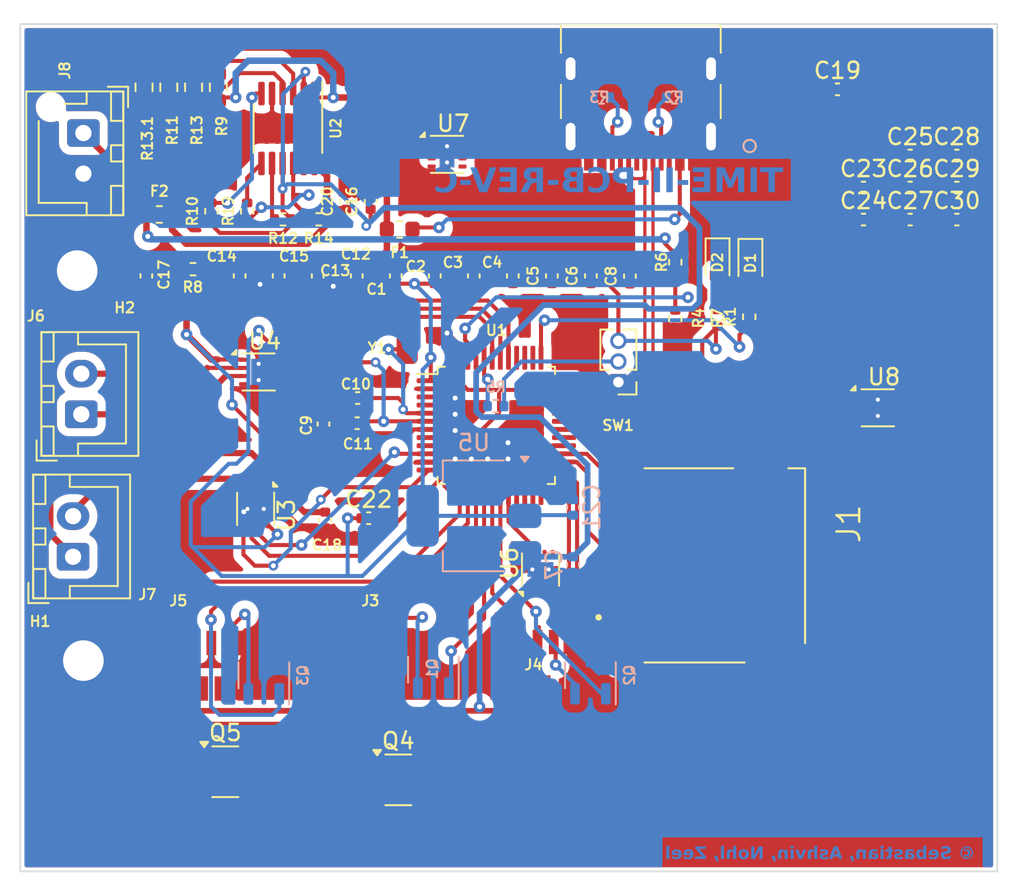
<source format=kicad_pcb>
(kicad_pcb (version 20240108) (generator "pcbnew") (generator_version "8.0")
  (layers (0 "F.Cu" signal) (1 "In1.Cu" power) (2 "In2.Cu" power) (31 "B.Cu" signal) (34 "B.Paste" user) (35 "F.Paste" user) (36 "B.SilkS" user "B.Silkscreen") (37 "F.SilkS" user "F.Silkscreen") (38 "B.Mask" user) (39 "F.Mask" user) (44 "Edge.Cuts" user))
  (net 0 "")
  (net 1 "3v3")
  (net 2 "GND")
  (net 3 "/nrst")
  (net 4 "Net-(U1-PD0)")
  (net 5 "Net-(U1-PD1)")
  (net 6 "USB_P")
  (net 7 "CD")
  (net 8 "Net-(C17-Pad1)")
  (net 9 "BAT")
  (net 10 "Net-(D1-A)")
  (net 11 "Net-(D2-A)")
  (net 12 "Net-(F1-Pad1)")
  (net 13 "BAT_REAL")
  (net 14 "MISO")
  (net 15 "SCK")
  (net 16 "MOSI")
  (net 17 "Net-(J3-Pin_5)")
  (net 18 "Net-(J2-CC1)")
  (net 19 "D+")
  (net 20 "D-")
  (net 22 "Net-(J2-CC2)")
  (net 24 "5v")
  (net 25 "therm_1")
  (net 26 "therm_4")
  (net 27 "therm_5")
  (net 28 "Net-(J3-Pin_6)")
  (net 29 "therm_3")
  (net 32 "Net-(J4-Pin_6)")
  (net 33 "therm_2")
  (net 34 "Net-(J5-Pin_5)")
  (net 35 "heater_4")
  (net 36 "Net-(J5-Pin_6)")
  (net 37 "MOTOR_1A")
  (net 38 "MOTOR_1")
  (net 39 "MOTOR_2")
  (net 40 "MOTOR_2A")
  (net 41 "heater_1")
  (net 42 "heater_3")
  (net 43 "heater_2")
  (net 44 "LED")
  (net 45 "Net-(SW1-B)")
  (net 46 "Net-(U1-BOOT0)")
  (net 47 "V_MON")
  (net 48 "Net-(U2-ADJ)")
  (net 49 "Net-(U2-CMPOUT1)")
  (net 50 "Net-(R11-Pad1)")
  (net 51 "Net-(U2-V2OK)")
  (net 52 "Net-(U2-CMP1)")
  (net 53 "Net-(U2-V2UV)")
  (net 54 "Net-(U2-GNDSW)")
  (net 55 "heater_5")
  (net 56 "SERVO_3")
  (net 57 "Net-(U1-VDDA)")
  (net 58 "SERVO_2A")
  (net 59 "MOT_CON2")
  (net 60 "SERVO_2")
  (net 61 "SERVO_5")
  (net 62 "MOT_CON4")
  (net 63 "SERVO_5A")
  (net 64 "SERVO_3A")
  (net 66 "SERVO_4")
  (net 67 "MOT_CON3")
  (net 70 "SERVO_4A")
  (net 71 "MOT_CON1")
  (net 72 "SERVO_1")
  (net 73 "SERVO_1A")
  (net 76 "MOT_CON5")
  (net 77 "MOTOR_3A")
  (net 78 "MOTOR_3")
  (net 79 "MOTOR_4")
  (net 80 "MOTOR_4A")
  (net 81 "MOTOR_5A")
  (net 82 "MOTOR_5")
  (footprint "Resistor_SMD:R_0402_1005Metric" (layer "F.Cu") (at 97.705333 45.998 90)
    (property "Reference" "R19")
    (property "Value" "86.6K" (hide yes))
  )
  (footprint "Capacitor_SMD:C_0402_1005Metric" (layer "F.Cu") (at 118.849163 49.98 90)
    (property "Reference" "C6")
    (property "Value" "10nF" (hide yes))
  )
  (footprint "Fuse:Fuse_0603_1608Metric" (layer "F.Cu") (at 107.0865 47.117 180)
    (property "Reference" "F1")
    (property "Value" "Fuse" (hide yes))
  )
  (footprint "Package_SON:WSON-8-1EP_2x2mm_P0.5mm_EP0.9x1.6mm_ThermalVias" (layer "F.Cu") (at 98.41 55.895)
    (property "Reference" "U4")
    (property "Value" "~")
  )
  (footprint "Capacitor_SMD:C_0402_1005Metric" (layer "F.Cu") (at 106.844998 49.98 90)
    (property "Reference" "C1")
    (property "Value" "100nF" (hide yes))
  )
  (footprint "Resistor_SMD:R_0402_1005Metric" (layer "F.Cu") (at 126.64 52.582 90)
    (property "Reference" "R4")
    (property "Value" "1K" (hide yes))
  )
  (footprint "Package_SO:MSOP-12-1EP_3x4mm_P0.65mm_EP1.65x2.85mm" (layer "F.Cu") (at 100.21 40.91 -90)
    (property "Reference" "U2")
    (property "Value" "LTC4420CMSE-PBF" (hide yes))
  )
  (footprint "crystal:abm3" (layer "F.Cu") (at 105.7 54.4)
    (property "Reference" "Y1")
    (property "Value" "16 khz" (hide yes))
  )
  (footprint "Capacitor_SMD:C_0402_1005Metric" (layer "F.Cu") (at 141.359 44.546)
    (property "Reference" "C29")
    (property "Value" "10uF")
  )
  (footprint "Capacitor_SMD:C_0402_1005Metric" (layer "F.Cu") (at 135.619 46.516)
    (property "Reference" "C24")
    (property "Value" "0.01uF")
  )
  (footprint "Resistor_SMD:R_0402_1005Metric" (layer "F.Cu") (at 94.370833 49.571 180)
    (property "Reference" "R8")
    (property "Value" "0.5" (hide yes))
  )
  (footprint "Package_SON:WSON-8-1EP_2x2mm_P0.5mm_EP0.9x1.6mm_ThermalVias" (layer "F.Cu") (at 115.75 68.05 90)
    (property "Reference" "U6")
    (property "Value" "~")
  )
  (footprint "Capacitor_SMD:C_0402_1005Metric" (layer "F.Cu") (at 134.02 38.5)
    (property "Reference" "C19")
    (property "Value" "0.1uF")
  )
  (footprint "Package_TO_SOT_SMD:SOT-23-3" (layer "F.Cu") (at 96.3625 80.5)
    (property "Reference" "Q5")
    (property "Value" "VNP10N07")
  )
  (footprint "Package_TO_SOT_SMD:SOT-23-3" (layer "F.Cu") (at 107 81)
    (property "Reference" "Q4")
    (property "Value" "VNP10N07")
  )
  (footprint "Capacitor_SMD:C_0402_1005Metric" (layer "F.Cu") (at 116.44833 49.98 90)
    (property "Reference" "C5")
    (property "Value" "100nF" (hide yes))
  )
  (footprint "Capacitor_SMD:C_0402_1005Metric" (layer "F.Cu") (at 104.472 59.049999)
    (property "Reference" "C11")
    (property "Value" "26pF" (hide yes))
  )
  (footprint "Capacitor_SMD:C_0402_1005Metric" (layer "F.Cu") (at 102.5 65 -90)
    (property "Reference" "C18")
    (property "Value" "0.01uF" (hide yes))
  )
  (footprint "Capacitor_SMD:C_0402_1005Metric" (layer "F.Cu") (at 138.489 44.546)
    (property "Reference" "C26")
    (property "Value" "10uF")
  )
  (footprint "Capacitor_SMD:C_0402_1005Metric" (layer "F.Cu") (at 103.8 45.4 90)
    (property "Reference" "C20")
    (property "Value" "2.2uF" (hide yes))
  )
  (footprint "Capacitor_SMD:C_0402_1005Metric" (layer "F.Cu") (at 105.184 64.897)
    (property "Reference" "C22")
    (property "Value" "0.1uF")
  )
  (footprint "Package_SON:WSON-8-1EP_2x2mm_P0.5mm_EP0.9x1.6mm_ThermalVias" (layer "F.Cu") (at 110 42.5)
    (property "Reference" "U7")
    (property "Value" "~")
  )
  (footprint "ffc_conn:CON_525590652_MOL" (layer "F.Cu") (at 105.283 73.911)
    (property "Reference" "J3")
    (property "Value" "Conn_01x06" (hide yes))
  )
  (footprint "MountingHole:MountingHole_2.5mm_Pad" (layer "F.Cu") (at 87.249 49.657 90)
    (property "Reference" "H2")
    (property "Value" "MountingHole_Pad" (hide yes))
  )
  (footprint "Resistor_SMD:R_0603_1608Metric" (layer "F.Cu") (at 95.932 38.373 90)
    (property "Reference" "R9")
    (property "Value" "300K" (hide yes))
  )
  (footprint "Resistor_SMD:R_0402_1005Metric" (layer "F.Cu") (at 128.59 52.501 90)
    (property "Reference" "R1")
    (property "Value" "1K" (hide yes))
  )
  (footprint "Capacitor_SMD:C_0402_1005Metric" (layer "F.Cu") (at 104.5 57.5)
    (property "Reference" "C10")
    (property "Value" "26pF" (hide yes))
  )
  (footprint "Connector_JST:JST_XH_B2B-XH-AM_1x02_P2.50mm_Vertical" (layer "F.Cu") (at 87.63 41.188 -90)
    (property "Reference" "J8")
    (property "Value" "Conn_01x02_Pin" (hide yes))
  )
  (footprint "Resistor_SMD:R_0603_1608Metric" (layer "F.Cu") (at 94.408 38.373 -90)
    (property "Reference" "R13")
    (property "Value" "45K" (hide yes))
  )
  (footprint "114_00841_68:AMPHENOL_1140084168" (layer "F.Cu") (at 121.825 67.799 -90)
    (property "Reference" "J1")
    (property "Value" "SD_Card")
  )
  (footprint "usb:USB4105-GF-A" (layer "F.Cu") (at 121.92 38.5 180)
    (property "Reference" "J2" (hide yes))
    (property "Value" "USB_C_Receptacle" (hide yes))
  )
  (footprint "Capacitor_SMD:C_0402_1005Metric" (layer "F.Cu") (at 91.5 49.98 -90)
    (property "Reference" "C17")
    (property "Value" "2.2uF" (hide yes))
  )
  (footprint "Capacitor_SMD:C_0402_1005Metric" (layer "F.Cu") (at 135.619 44.546)
    (property "Reference" "C23")
    (property "Value" "10uF")
  )
  (footprint "Package_SON:WSON-8-1EP_2x2mm_P0.5mm_EP0.9x1.6mm_ThermalVias" (layer "F.Cu") (at 136.5 58.1)
    (property "Reference" "U8")
    (property "Value" "~")
  )
  (footprint "Capacitor_SMD:C_0402_1005Metric" (layer "F.Cu") (at 109.245831 49.98 90)
    (property "Reference" "C2")
    (property "Value" "100nF" (hide yes))
  )
  (footprint "Capacitor_SMD:C_0402_1005Metric" (layer "F.Cu") (at 102.4 59.1 90)
    (property "Reference" "C9")
    (property "Value" "100nF" (hide yes))
  )
  (footprint "LED_SMD:LED_0603_1608Metric" (layer "F.Cu") (at 126.64 49.155 -90)
    (property "Reference" "D2")
    (property "Value" "LED" (hide yes))
  )
  (footprint "Capacitor_SMD:C_0402_1005Metric" (layer "F.Cu") (at 138.489 42.576)
    (property "Reference" "C25")
    (property "Value" "0.1uF")
  )
  (footprint "Connector_JST:JST_XH_B2B-XH-A_1x02_P2.50mm_Vertical" (layer "F.Cu") (at 87.5 58.5 90)
    (property "Reference" "J6")
    (property "Value" "Conn_01x02_Male" (hide yes))
  )
  (footprint "Capacitor_SMD:C_0402_1005Metric" (layer "F.Cu") (at 141.359 46.516)
    (property "Reference" "C30")
    (property "Value" "0.01uF")
  )
  (footprint "ffc_conn:CON_525590652_MOL" (layer "F.Cu") (at 95.25 73.97865)
    (property "Reference" "J5")
    (property "Value" "Conn_01x06" (hide yes))
  )
  (footprint "Connector_JST:JST_XH_B2B-XH-A_1x02_P2.50mm_Vertical" (layer "F.Cu") (at 86.995 67.27 90)
    (property "Reference" "J7")
    (property "Value" "Conn_01x02_Male" (hide yes))
  )
  (footprint "Resistor_SMD:R_0402_1005Metric" (layer "F.Cu") (at 102.108 46.5 180)
    (property "Reference" "R14")
    (property "Value" "576K" (hide yes))
  )
  (footprint "Resistor_SMD:R_0402_1005Metric" (layer "F.Cu") (at 95.504 45.998 90)
    (property "Reference" "R10")
    (property "Value" "1M" (hide yes))
  )
  (footprint "Package_SON:WSON-8-1EP_2x2mm_P0.5mm_EP0.9x1.6mm_ThermalVias" (layer "F.Cu") (at 98.225 64.325 -90)
    (property "Reference" "U3")
    (property "Value" "~")
  )
  (footprint "Fuse:Fuse_0603_1608Metric" (layer "F.Cu") (at 92.3 46.2)
    (property "Reference" "F2")
    (property "Value" "Fuse" (hide yes))
  )
  (footprint "Package_QFP:LQFP-48_7x7mm_P0.5mm" (layer "F.Cu") (at 113.03 59.182)
    (property "Reference" "U1")
    (property "Value" "STM32F103C8Tx" (hide yes))
  )
  (footprint "Capacitor_SMD:C_0402_1005Metric" (layer "F.Cu") (at 105.3 45.4 90)
    (property "Reference" "C16")
    (property "Value" "15uF" (hide yes))
  )
  (footprint "Capacitor_SMD:C_0402_1005Metric" (layer "F.Cu") (at 102.043332 49.98 -90)
    (property "Reference" "C13")
    (property "Value" "0.01uF" (hide yes))
  )
  (footprint "Capacitor_SMD:C_0402_1005Metric" (layer "F.Cu") (at 97.241666 49.98 -90)
    (property "Reference" "C14")
    (property "Value" "0.1uF" (hide yes))
  )
  (footprint "LED_SMD:LED_0603_1608Metric" (layer "F.Cu") (at 128.66 49.19 -90)
    (property "Reference" "D1")
    (property "Value" "LED" (hide yes))
  )
  (footprint "Capacitor_SMD:C_0402_1005Metric" (layer "F.Cu") (at 121.25 50 90)
    (property "Reference" "C8")
    (property "Value" "10uF" (hide yes))
  )
  (footprint "Capacitor_SMD:C_0402_1005Metric" (layer "F.Cu") (at 114.047497 49.98 90)
    (property "Reference" "C4")
    (property "Value" "100nF" (hide yes))
  )
  (footprint "Capacitor_SMD:C_0402_1005Metric" (layer "F.Cu") (at 111.646664 49.98 90)
    (property "Reference" "C3")
    (property "Value" "0.47uF" (hide yes))
  )
  (footprint "ffc_conn:CON_525590652_MOL" (layer "F.Cu") (at 115.316 73.917)
    (property "Reference" "J4")
    (property "Value" "Conn_01x06" (hide yes))
  )
  (footprint "Resistor_SMD:R_0402_1005Metric" (layer "F.Cu") (at 124.04 49.135 -90)
    (property "Reference" "R6")
    (property "Value" "100K" (hide yes))
  )
  (footprint "Resistor_SMD:R_0402_1005Metric" (layer "F.Cu") (at 124.04 52.6125 -90)
    (property "Reference" "R7")
    (property "Value" "100k" (hide yes))
  )
  (footprint "Resistor_SMD:R_0603_1608Metric" (layer "F.Cu") (at 92.884 38.373 90)
    (property "Reference" "R11")
    (property "Value" "2K" (hide yes))
  )
  (footprint "Resistor_SMD:R_0402_1005Metric" (layer "F.Cu") (at 99.906666 46.5 180)
    (property "Reference" "R12")
    (property "Value" "1M" (hide yes))
  )
  (footprint "Capacitor_SMD:C_0402_1005Metric" (layer "F.Cu") (at 138.489 46.516)
    (property "Reference" "C27")
    (property "Value" "0.01uF")
  )
  (footprint "Resistor_SMD:R_0603_1608Metric" (layer "F.Cu") (at 91.36 38.373 -90)
    (property "Reference" "R13.1")
    (property "Value" "154K" (hide yes))
  )
  (footprint "Connector_PinHeader_1.27mm:PinHeader_1x03_P1.27mm_Vertical" (layer "F.Cu") (at 120.54 56.52 180)
    (property "Reference" "SW1")
    (property "Value" "SW_SPDT" (hide yes))
  )
  (footprint "Capacitor_SMD:C_0402_1005Metric" (layer "F.Cu") (at 99.642499 49.98 -90)
    (property "Reference" "C15")
    (property "Value" "10uF" (hide yes))
  )
  (footprint "Capacitor_SMD:C_0402_1005Metric" (layer "F.Cu") (at 141.359 42.576)
    (property "Reference" "C28")
    (property "Value" "0.1uF")
  )
  (footprint "MountingHole:MountingHole_2.5mm_Pad" (layer "F.Cu") (at 87.63 73.66 90)
    (property "Reference" "H1")
    (property "Value" "MountingHole_Pad" (hide yes))
  )
  (footprint "Capacitor_SMD:C_0402_1005Metric" (layer "F.Cu") (at 104.444165 49.98 -90)
    (property "Reference" "C12")
    (property "Value" "10uF" (hide yes))
  )
  (footprint "Package_TO_SOT_SMD:SOT-23-3" (layer "B.Cu") (at 98.73 74.57 90)
    (property "Reference" "Q3")
    (property "Value" "VNP10N07" (hide yes))
  )
  (footprint "Capacitor_SMD:C_0402_1005Metric" (layer "B.Cu") (at 117.75 64.23 90)
    (property "Reference" "C21")
    (property "Value" "22 uF")
  )
  (footprint "Resistor_SMD:R_0402_1005Metric" (layer "B.Cu") (at 124 39)
    (property "Reference" "R2")
    (property "Value" "5.1k" (hide yes))
  )
  (footprint "Resistor_SMD:R_0402_1005Metric" (layer "B.Cu") (at 119.5 39 180)
    (property "Reference" "R3")
    (property "Value" "5.1k" (hide yes))
  )
  (footprint "Package_TO_SOT_SMD:SOT-223-3_TabPin2" (layer "B.Cu") (at 111.65 64.75 180)
    (property "Reference" "U5")
    (property "Value" "AMS1117-3.3")
  )
  (footprint "Resistor_SMD:R_0402_1005Metric" (layer "B.Cu") (at 113 58 180)
    (property "Reference" "R5")
    (property "Value" "10k" (hide yes))
  )
  (footprint "Package_TO_SOT_SMD:SOT-23-3" (layer "B.Cu") (at 109.16 74.21 90)
    (property "Reference" "Q1")
    (property "Value" "VNP10N07" (hide yes))
  )
  (footprint "Package_TO_SOT_SMD:SOT-23-3" (layer "B.Cu") (at 118.82 74.56 90)
    (property "Reference" "Q2")
    (property "Value" "VNP10N07" (hide yes))
  )
  (footprint "Capacitor_SMD:C_0402_1005Metric" (layer "B.Cu") (at 117.75 67.75 -90)
    (property "Reference" "C7")
    (property "Value" "10 uF")
  )
  (gr_rect (start 83.75 34.48) (end 143.847 86.635) (stroke (width 0.1)) (fill none) (layer "Edge.Cuts"))
  (gr_text "TIME-II-PCB-REV-C" (at 130.683 45.085 0) (layer "B.Cu") (effects (font (size 1.5 1.5) (thickness 0.3) (bold yes)) (justify left bottom mirror)))
  (gr_text "© Sebastian, Ashvin, Nohl, Zeel" (at 142.5 86 0) (layer "B.Cu") (effects (font (size 0.762 0.762) (thickness 0.1905) (bold yes)) (justify left bottom mirror)))
  (segment (start 96.2875 64.075) (end 96.2825 64.08) (width 0.25) (layer "F.Cu") (net 0))
  (segment (start 109 55) (end 109 56.2995) (width 0.25) (layer "F.Cu") (net 1))
  (segment (start 98.425 53.467) (end 99.4133 54.4553) (width 0.25) (layer "F.Cu") (net 1))
  (segment (start 120.54 53.98) (end 120.54 51.12) (width 0.25) (layer "F.Cu") (net 1))
  (segment (start 120.95 67.699) (end 121.6806 67.699) (width 0.25) (layer "F.Cu") (net 1))
  (segment (start 99.4133 54.4553) (end 99.4133 55.144999) (width 0.25) (layer "F.Cu") (net 1))
  (segment (start 126.54 53.192) (end 126.64 53.092) (width 0.25) (layer "F.Cu") (net 1))
  (segment (start 109 56.2995) (end 108.8675 56.432) (width 0.25) (layer "F.Cu") (net 1))
  (segment (start 120.54 51.12) (end 119.88 50.46) (width 0.25) (layer "F.Cu") (net 1))
  (segment (start 125.7 54.032) (end 126.64 53.092) (width 0.25) (layer "F.Cu") (net 1))
  (segment (start 104.704 64.897) (end 103.886 64.897) (width 0.25) (layer "F.Cu") (net 1))
  (segment (start 121.6806 67.699) (end 125.7 63.6796) (width 0.25) (layer "F.Cu") (net 1))
  (segment (start 126.54 54.48) (end 126.54 53.192) (width 0.25) (layer "F.Cu") (net 1))
  (segment (start 125.7 63.6796) (end 125.7 54.032) (width 0.25) (layer "F.Cu") (net 1))
  (segment (start 98.975001 65.3283) (end 99.0087 65.3283) (width 0.25) (layer "F.Cu") (net 1))
  (segment (start 106.844998 50.46) (end 121.23 50.46) (width 0.25) (layer "F.Cu") (net 1))
  (segment (start 99.0087 65.3283) (end 99.568 65.8876) (width 0.25) (layer "F.Cu") (net 1))
  (segment (start 121.23 50.46) (end 121.25 50.48) (width 0.25) (layer "F.Cu") (net 1))
  (segment (start 98.425 53.34) (end 98.425 53.467) (width 0.25) (layer "F.Cu") (net 1))
  (via (at 99.568 65.8876) (size 0.7112) (drill 0.3048) (layers "F.Cu" "B.Cu") (net 1))
  (via (at 98.425 53.34) (size 0.7112) (drill 0.3048) (layers "F.Cu" "B.Cu") (net 1))
  (via (at 108 50.46) (size 0.7112) (drill 0.3048) (layers "F.Cu" "B.Cu") (net 1))
  (via (at 126.54 54.48) (size 0.7112) (drill 0.3048) (layers "F.Cu" "B.Cu") (net 1))
  (via (at 109 55) (size 0.7112) (drill 0.3048) (layers "F.Cu" "B.Cu") (net 1))
  (via (at 103.886 64.897) (size 0.7112) (drill 0.3048) (layers "F.Cu" "B.Cu") (net 1))
  (segment (start 94.358559 66.677441) (end 96.134119 68.453) (width 0.25) (layer "B.Cu") (net 1))
  (segment (start 109 51.46) (end 109 55) (width 0.25) (layer "B.Cu") (net 1))
  (segment (start 109 55) (end 109 55.25) (width 0.25) (layer "B.Cu") (net 1))
  (segment (start 99.568 65.8876) (end 98.778159 66.677441) (width 0.25) (layer "B.Cu") (net 1))
  (segment (start 96.569428 61.545572) (end 94.234 63.881) (width 0.25) (layer "B.Cu") (net 1))
  (segment (start 126.04 53.98) (end 126.54 54.48) (width 0.25) (layer "B.Cu") (net 1))
  (segment (start 108 50.46) (end 109 51.46) (width 0.25) (layer "B.Cu") (net 1))
  (segment (start 104.797 68.453) (end 108.5 64.75) (width 0.25) (layer "B.Cu") (net 1))
  (segment (start 103.886 68.453) (end 104.797 68.453) (width 0.25) (layer "B.Cu") (net 1))
  (segment (start 114.8 64.75) (end 108.5 64.75) (width 0.25) (layer "B.Cu") (net 1))
  (segment (start 109 55.25) (end 108.5 55.75) (width 0.25) (layer "B.Cu") (net 1))
  (segment (start 97.045719 61.545572) (end 96.569428 61.545572) (width 0.25) (layer "B.Cu") (net 1))
  (segment (start 98.425 53.34) (end 97.778881 53.986119) (width 0.25) (layer "B.Cu") (net 1))
  (segment (start 94.234 66.552881) (end 94.358559 66.677441) (width 0.25) (layer "B.Cu") (net 1))
  (segment (start 98.778159 66.677441) (end 94.358559 66.677441) (width 0.25) (layer "B.Cu") (net 1))
  (segment (start 94.234 63.881) (end 94.234 66.552881) (width 0.25) (layer "B.Cu") (net 1))
  (segment (start 103.886 64.897) (end 103.886 68.453) (width 0.25) (layer "B.Cu") (net 1))
  (segment (start 117.75 64.71) (end 114.84 64.71) (width 0.25) (layer "B.Cu") (net 1))
  (segment (start 97.778881 60.81241) (end 97.045719 61.545572) (width 0.25) (layer "B.Cu") (net 1))
  (segment (start 97.778881 53.986119) (end 97.778881 60.81241) (width 0.25) (layer "B.Cu") (net 1))
  (segment (start 108.5 55.75) (end 108.5 64.75) (width 0.25) (layer "B.Cu") (net 1))
  (segment (start 114.84 64.71) (end 114.8 64.75) (width 0.25) (layer "B.Cu") (net 1))
  (segment (start 120.54 53.98) (end 126.04 53.98) (width 0.25) (layer "B.Cu") (net 1))
  (segment (start 96.134119 68.453) (end 103.886 68.453) (width 0.25) (layer "B.Cu") (net 1))
  (segment (start 101.185 41.885) (end 100.21 40.91) (width 0.254) (layer "F.Cu") (net 2))
  (segment (start 118.568 56.932) (end 118.98 56.52) (width 0.25) (layer "F.Cu") (net 2))
  (segment (start 110.78 55.0195) (end 110.78 54.245632) (width 0.25) (layer "F.Cu") (net 2))
  (segment (start 117.1925 56.932) (end 118.568 56.932) (width 0.25) (layer "F.Cu") (net 2))
  (segment (start 115.28 58.070632) (end 115.28 63.3445) (width 0.25) (layer "F.Cu") (net 2))
  (segment (start 116.418632 56.932) (end 115.28 58.070632) (width 0.25) (layer "F.Cu") (net 2))
  (segment (start 99.235 39.935) (end 99.235 38.76) (width 0.254) (layer "F.Cu") (net 2))
  (segment (start 99.602499 50.5) (end 99.642499 50.46) (width 0.254) (layer "F.Cu") (net 2))
  (segment (start 110.78 54.245632) (end 110.034368 53.5) (width 0.25) (layer "F.Cu") (net 2))
  (segment (start 110.068 59.932) (end 110.5 59.5) (width 0.25) (layer "F.Cu") (net 2))
  (segment (start 102.8394 50.46) (end 103 50.6206) (width 0.25) (layer "F.Cu") (net 2))
  (segment (start 118.98 56.52) (end 120.54 56.52) (width 0.25) (layer "F.Cu") (net 2))
  (segment (start 100.21 40.91) (end 99.235 39.935) (width 0.254) (layer "F.Cu") (net 2))
  (segment (start 101.185 43.06) (end 101.185 41.885) (width 0.254) (layer "F.Cu") (net 2))
  (segment (start 108.8675 59.932) (end 110.068 59.932) (width 0.25) (layer "F.Cu") (net 2))
  (segment (start 110.034368 53.5) (end 110 53.5) (width 0.25) (layer "F.Cu") (net 2))
  (segment (start 117.1925 56.932) (end 116.418632 56.932) (width 0.25) (layer "F.Cu") (net 2))
  (segment (start 98.5 50.5) (end 99.602499 50.5) (width 0.254) (layer "F.Cu") (net 2))
  (segment (start 102.046 50.46) (end 102.8394 50.46) (width 0.25) (layer "F.Cu") (net 2))
  (via (at 110.5 59.5) (size 0.7112) (drill 0.3048) (layers "F.Cu" "B.Cu") (net 2))
  (via (at 110 53.5) (size 0.7112) (drill 0.3048) (layers "F.Cu" "B.Cu") (net 2))
  (via (at 110.5 61.25) (size 0.7112) (drill 0.3048) (layers "F.Cu" "B.Cu") (net 2))
  (via (at 112.5 61.25) (size 0.7112) (drill 0.3048) (layers "F.Cu" "B.Cu") (net 2))
  (via (at 113.75 60.25) (size 0.7112) (drill 0.3048) (layers "F.Cu" "B.Cu") (net 2))
  (via (at 97.5 64.5) (size 0.7112) (drill 0.3048) (layers "F.Cu" "B.Cu") (net 2))
  (via (at 110.5 57.5) (size 0.7112) (drill 0.3048) (layers "F.Cu" "B.Cu") (net 2))
  (via (at 103 50.6206) (size 0.7112) (drill 0.3048) (layers "F.Cu" "B.Cu") (net 2))
  (via (at 113.75 61.25) (size 0.7112) (drill 0.3048) (layers "F.Cu" "B.Cu") (net 2))
  (via (at 110.5 58.5) (size 0.7112) (drill 0.3048) (layers "F.Cu" "B.Cu") (net 2))
  (via (at 111.5 61.25) (size 0.7112) (drill 0.3048) (layers "F.Cu" "B.Cu") (net 2))
  (via (at 98.5 50.5) (size 0.6) (drill 0.3) (layers "F.Cu" "B.Cu") (net 2))
  (segment (start 98.5 50.5) (end 99.6 50.5) (width 0.254) (layer "B.Cu") (net 2))
  (segment (start 104.8 52.4206) (end 103 50.6206) (width 0.25) (layer "B.Cu") (net 2))
  (segment (start 102.362799 59.662799) (end 107.737201 59.662799) (width 0.25) (layer "F.Cu") (net 3))
  (segment (start 107.968 59.432) (end 108.8675 59.432) (width 0.25) (layer "F.Cu") (net 3))
  (segment (start 107.737201 59.662799) (end 107.968 59.432) (width 0.25) (layer "F.Cu") (net 3))
  (segment (start 107.3 58.2) (end 107.532 58.432) (width 0.254) (layer "F.Cu") (net 4))
  (segment (start 107.3 58.2) (end 107.3 57.8) (width 0.25) (layer "F.Cu") (net 4))
  (segment (start 107.532 58.432) (end 108.8675 58.432) (width 0.254) (layer "F.Cu") (net 4))
  (segment (start 107.45 54.5) (end 107.55 54.4) (width 0.254) (layer "F.Cu") (net 4))
  (segment (start 106.4 54.5) (end 107.45 54.5) (width 0.254) (layer "F.Cu") (net 4))
  (segment (start 107 57.5) (end 104.98 57.5) (width 0.25) (layer "F.Cu") (net 4))
  (segment (start 107.3 57.8) (end 107 57.5) (width 0.25) (layer "F.Cu") (net 4))
  (via (at 106.4 54.5) (size 0.7112) (drill 0.3048) (layers "F.Cu" "B.Cu") (net 4))
  (via (at 107.3 58.2) (size 0.6) (drill 0.3) (layers "F.Cu" "B.Cu") (net 4))
  (segment (start 107.3 55.4) (end 106.4 54.5) (width 0.254) (layer "B.Cu") (net 4))
  (segment (start 107.3 58.2) (end 107.3 55.4) (width 0.254) (layer "B.Cu") (net 4))
  (segment (start 104.75 55.3) (end 103.85 54.4) (width 0.254) (layer "F.Cu") (net 5))
  (segment (start 105.069999 58.932) (end 108.8675 58.932) (width 0.25) (layer "F.Cu") (net 5))
  (segment (start 104.952 59.049999) (end 105.069999 58.932) (width 0.25) (layer "F.Cu") (net 5))
  (segment (start 105.6 55.3) (end 104.75 55.3) (width 0.254) (layer "F.Cu") (net 5))
  (via (at 105.6 55.3) (size 0.6) (drill 0.3) (layers "F.Cu" "B.Cu") (net 5))
  (via (at 106.1 58.932) (size 0.7112) (drill 0.3048) (layers "F.Cu" "B.Cu") (net 5))
  (segment (start 106.1 58.932) (end 106.1 55.8) (width 0.254) (layer "B.Cu") (net 5))
  (segment (start 106.1 55.8) (end 105.6 55.3) (width 0.254) (layer "B.Cu") (net 5))
  (segment (start 105.8 55.5) (end 105.6 55.3) (width 0.254) (layer "B.Cu") (net 5))
  (segment (start 100.0247 63.3217) (end 101.223 64.52) (width 0.381) (layer "F.Cu") (net 6))
  (segment (start 104.373165 49.571) (end 104.444165 49.5) (width 0.4) (layer "F.Cu") (net 6))
  (segment (start 94.880833 49.571) (end 94.880833 49.899167) (width 0.4) (layer "F.Cu") (net 6))
  (segment (start 97 39) (end 96.13 39) (width 0.25) (layer "F.Cu") (net 6))
  (segment (start 104.84 49.5) (end 104.016 49.5) (width 0.25) (layer "F.Cu") (net 6))
  (segment (start 106.299 48.451) (end 106.299 47.117) (width 0.4) (layer "F.Cu") (net 6))
  (segment (start 93.9752 50.8048) (end 93.9752 53.5892) (width 0.4) (layer "F.Cu") (net 6))
  (segment (start 106.299 40.299) (end 105 39) (width 0.4) (layer "F.Cu") (net 6))
  (segment (start 99.02 49.551) (end 99 49.571) (width 0.4) (layer "F.Cu") (net 6))
  (segment (start 98.975001 60.113001) (end 98.975001 63.3217) (width 0.25) (layer "F.Cu") (net 6))
  (segment (start 101.223 64.52) (end 102.5 64.52) (width 0.381) (layer "F.Cu") (net 6))
  (segment (start 95.885 55.1275) (end 97.4067 55.1275) (width 0.254) (layer "F.Cu") (net 6))
  (segment (start 97.170666 49.571) (end 97.241666 49.5) (width 0.25) (layer "F.Cu") (net 6))
  (segment (start 93.9752 53.5892) (end 95.5135 55.1275) (width 0.4) (layer "F.Cu") (net 6))
  (segment (start 96.862 38.862) (end 97 39) (width 0.25) (layer "F.Cu") (net 6))
  (segment (start 94.880833 49.899167) (end 93.9752 50.8048) (width 0.4) (layer "F.Cu") (net 6))
  (segment (start 105 39) (end 103 39) (width 0.4) (layer "F.Cu") (net 6))
  (segment (start 99 49.571) (end 104.373165 49.571) (width 0.4) (layer "F.Cu") (net 6))
  (segment (start 103 39) (end 102.075 39) (width 0.25) (layer "F.Cu") (net 6))
  (segment (start 102.075 39) (end 101.835 38.76) (width 0.25) (layer "F.Cu") (net 6))
  (segment (start 97.101 49.5) (end 97.03 49.571) (width 0.25) (layer "F.Cu") (net 6))
  (segment (start 95.5135 55.1275) (end 95.885 55.1275) (width 0.4) (layer "F.Cu") (net 6))
  (segment (start 105.25 49.5) (end 106.299 48.451) (width 0.4) (layer "F.Cu") (net 6))
  (segment (start 94.880833 49.571) (end 99 49.571) (width 0.4) (layer "F.Cu") (net 6))
  (segment (start 104.444165 49.5) (end 105.25 49.5) (width 0.4) (layer "F.Cu") (net 6))
  (segment (start 106.299 47.117) (end 106.299 40.299) (width 0.4) (layer "F.Cu") (net 6))
  (segment (start 98.975001 63.3217) (end 100.0247 63.3217) (width 0.25) (layer "F.Cu") (net 6))
  (segment (start 96.774 57.912) (end 98.975001 60.113001) (width 0.25) (layer "F.Cu") (net 6))
  (segment (start 96.13 39) (end 95.932 39.198) (width 0.25) (layer "F.Cu") (net 6))
  (via (at 96.774 57.912) (size 0.7112) (drill 0.3048) (layers "F.Cu" "B.Cu") (net 6))
  (via (at 93.9752 53.5892) (size 0.7112) (drill 0.3048) (layers "F.Cu" "B.Cu") (net 6))
  (via (at 97 39) (size 0.7112) (drill 0.3048) (layers "F.Cu" "B.Cu") (net 6))
  (via (at 103 39) (size 0.7112) (drill 0.3048) (layers "F.Cu" "B.Cu") (net 6))
  (segment (start 103 37.5) (end 103 39) (width 0.4) (layer "B.Cu") (net 6))
  (segment (start 96.774 57.912) (end 96.774 56.388) (width 0.25) (layer "B.Cu") (net 6))
  (segment (start 102.2372 36.7372) (end 103 37.5) (width 0.4) (layer "B.Cu") (net 6))
  (segment (start 97.7628 36.7372) (end 102.2372 36.7372) (width 0.4) (layer "B.Cu") (net 6))
  (segment (start 96.774 56.388) (end 93.9752 53.5892) (width 0.25) (layer "B.Cu") (net 6))
  (segment (start 97 37.5) (end 97.7628 36.7372) (width 0.4) (layer "B.Cu") (net 6))
  (segment (start 97 39) (end 97 37.5) (width 0.4) (layer "B.Cu") (net 6))
  (segment (start 119.6674 69.983) (end 120.398 69.983) (width 0.25) (layer "F.Cu") (net 7))
  (segment (start 117.1925 61.932) (end 118 62.7395) (width 0.25) (layer "F.Cu") (net 7))
  (segment (start 118 62.7395) (end 118 68.3156) (width 0.25) (layer "F.Cu") (net 7))
  (segment (start 118 68.3156) (end 119.6674 69.983) (width 0.25) (layer "F.Cu") (net 7))
  (segment (start 93.789833 49.5) (end 93.860833 49.571) (width 0.25) (layer "F.Cu") (net 8))
  (segment (start 91.5 49.5) (end 93.789833 49.5) (width 0.25) (layer "F.Cu") (net 8))
  (segment (start 93.94375 48) (end 101.437999 48) (width 0.4) (layer "F.Cu") (net 9))
  (segment (start 102.618 46.819999) (end 102.618 46.5) (width 0.4) (layer "F.Cu") (net 9))
  (segment (start 93.0875 46.2) (end 93.0875 47.14375) (width 0.4) (layer "F.Cu") (net 9))
  (segment (start 101.835 43.06) (end 102.618 43.843) (width 0.4) (layer "F.Cu") (net 9))
  (segment (start 103.8 45.88) (end 102.738 45.88) (width 0.4) (layer "F.Cu") (net 9))
  (segment (start 93.0875 47.14375) (end 93.94375 48) (width 0.4) (layer "F.Cu") (net 9))
  (segment (start 101.437999 48) (end 102.618 46.819999) (width 0.4) (layer "F.Cu") (net 9))
  (segment (start 102.738 45.88) (end 102.618 46) (width 0.4) (layer "F.Cu") (net 9))
  (segment (start 102.618 43.843) (end 102.618 46) (width 0.4) (layer "F.Cu") (net 9))
  (segment (start 102.618 46) (end 102.618 46.5) (width 0.4) (layer "F.Cu") (net 9))
  (segment (start 128.66 51.921) (end 128.59 51.991) (width 0.25) (layer "F.Cu") (net 10))
  (segment (start 128.66 49.9775) (end 128.66 51.921) (width 0.25) (layer "F.Cu") (net 10))
  (segment (start 126.64 52.072) (end 126.64 49.9425) (width 0.254) (layer "F.Cu") (net 11))
  (segment (start 124.320001 46.179999) (end 124 46.5) (width 0.25) (layer "F.Cu") (net 12))
  (segment (start 109.5 47) (end 107.991 47) (width 0.25) (layer "F.Cu") (net 12))
  (segment (start 107.991 47) (end 107.874 47.117) (width 0.25) (layer "F.Cu") (net 12))
  (segment (start 124.320001 41.9858) (end 124.320001 46.179999) (width 0.25) (layer "F.Cu") (net 12))
  (via (at 109.5 47) (size 0.7112) (drill 0.3048) (layers "F.Cu" "B.Cu") (net 12))
  (via (at 124 46.5) (size 0.7112) (drill 0.3048) (layers "F.Cu" "B.Cu") (net 12))
  (segment (start 124 46.5) (end 110 46.5) (width 0.25) (layer "B.Cu") (net 12))
  (segment (start 110 46.5) (end 109.5 47) (width 0.25) (layer "B.Cu") (net 12))
  (segment (start 91.59 46.2775) (end 91.5125 46.2) (width 0.25) (layer "F.Cu") (net 13))
  (segment (start 123.41 47.995) (end 124.04 48.625) (width 0.25) (layer "F.Cu") (net 13))
  (segment (start 91.5125 45.0705) (end 91.5125 46.2) (width 0.4) (layer "F.Cu") (net 13))
  (segment (start 91.5125 46.2) (end 91.5125 47.4725) (width 0.4) (layer "F.Cu") (net 13))
  (segment (start 87.63 41.188) (end 91.5125 45.0705) (width 0.4) (layer "F.Cu") (net 13))
  (segment (start 91.5125 47.4725) (end 91.59 47.55) (width 0.4) (layer "F.Cu") (net 13))
  (segment (start 123.41 47.66) (end 123.41 47.995) (width 0.25) (layer "F.Cu") (net 13))
  (via (at 123.41 47.66) (size 0.7112) (drill 0.3048) (layers "F.Cu" "B.Cu") (net 13))
  (via (at 91.59 47.55) (size 0.7112) (drill 0.3048) (layers "F.Cu" "B.Cu") (net 13))
  (segment (start 123.41 47.66) (end 123.3366 47.7334) (width 0.4) (layer "B.Cu") (net 13))
  (segment (start 91.7734 47.7334) (end 91.59 47.55) (width 0.4) (layer "B.Cu") (net 13))
  (segment (start 123.3366 47.7334) (end 91.7734 47.7334) (width 0.4) (layer "B.Cu") (net 13))
  (segment (start 119.507 63.592) (end 119.507 61.849) (width 0.25) (layer "F.Cu") (net 14))
  (segment (start 118.59 60.932) (end 117.1925 60.932) (width 0.25) (layer "F.Cu") (net 14))
  (segment (start 119.507 61.849) (end 118.59 60.932) (width 0.25) (layer "F.Cu") (net 14))
  (segment (start 120.398 64.483) (end 119.507 63.592) (width 0.25) (layer "F.Cu") (net 14))
  (segment (start 120.95 66.599) (end 119.558 66.599) (width 0.25) (layer "F.Cu") (net 15))
  (segment (start 119.558 66.599) (end 118.6982 65.7392) (width 0.25) (layer "F.Cu") (net 15))
  (segment (start 118.6982 62.163832) (end 117.966368 61.432) (width 0.25) (layer "F.Cu") (net 15))
  (segment (start 117.1925 61.432) (end 117.1925 61.4395) (width 0.25) (layer "F.Cu") (net 15))
  (segment (start 117.966368 61.432) (end 117.1925 61.432) (width 0.25) (layer "F.Cu") (net 15))
  (segment (start 118.6982 65.7392) (end 118.6982 62.163832) (width 0.25) (layer "F.Cu") (net 15))
  (segment (start 117.1925 61.4395) (end 117.221 61.468) (width 0.25) (layer "F.Cu") (net 15))
  (segment (start 116.1522 60.698432) (end 116.418632 60.432) (width 0.25) (layer "F.Cu") (net 16))
  (segment (start 119.7722 71.6518) (end 117.5 69.3796) (width 0.25) (layer "F.Cu") (net 16))
  (segment (start 117.5 69.3796) (end 117.5 63.513368) (width 0.25) (layer "F.Cu") (net 16))
  (segment (start 122.1278 71.6518) (end 119.7722 71.6518) (width 0.25) (layer "F.Cu") (net 16))
  (segment (start 116.418632 60.432) (end 117.1925 60.432) (width 0.25) (layer "F.Cu") (net 16))
  (segment (start 120.95 68.799) (end 121.6806 68.799) (width 0.25) (layer "F.Cu") (net 16))
  (segment (start 121.6806 68.799) (end 122.1278 69.2462) (width 0.25) (layer "F.Cu") (net 16))
  (segment (start 116.1522 62.165568) (end 116.1522 60.698432) (width 0.25) (layer "F.Cu") (net 16))
  (segment (start 122.1278 69.2462) (end 122.1278 71.6518) (width 0.25) (layer "F.Cu") (net 16))
  (segment (start 117.5 63.513368) (end 116.1522 62.165568) (width 0.25) (layer "F.Cu") (net 16))
  (segment (start 123.17 41.9858) (end 123.17 40.67) (width 0.25) (layer "F.Cu") (net 18))
  (segment (start 123.17 40.67) (end 123 40.5) (width 0.25) (layer "F.Cu") (net 18))
  (via (at 123 40.5) (size 0.7112) (drill 0.3048) (layers "F.Cu" "B.Cu") (net 18))
  (segment (start 123 39.49) (end 123.49 39) (width 0.25) (layer "B.Cu") (net 18))
  (segment (start 123 40.5) (end 123 39.49) (width 0.25) (layer "B.Cu") (net 18))
  (segment (start 122.17 42.83) (end 122.17 41.9858) (width 0.2) (layer "F.Cu") (net 19))
  (segment (start 121.568 57.932) (end 117.1925 57.932) (width 0.2) (layer "F.Cu") (net 19))
  (segment (start 122.017601 44) (end 122.17 43.847601) (width 0.2) (layer "F.Cu") (net 19))
  (segment (start 122.17 41.9858) (end 122.17 57.33) (width 0.2) (layer "F.Cu") (net 19))
  (segment (start 121.17 42.45715) (end 121.17 43.7) (width 0.2) (layer "F.Cu") (net 19))
  (segment (start 122.17 43.847601) (end 122.17 42.45715) (width 0.2) (layer "F.Cu") (net 19))
  (segment (start 121.17 43.7) (end 121.47 44) (width 0.2) (layer "F.Cu") (net 19))
  (segment (start 122.17 57.33) (end 121.568 57.932) (width 0.2) (layer "F.Cu") (net 19))
  (segment (start 121.47 44) (end 122.017601 44) (width 0.2) (layer "F.Cu") (net 19))
  (segment (start 121.169999 41.9858) (end 121.169999 42.7573) (width 0.2) (layer "F.Cu") (net 19))
  (segment (start 122.617601 41.1619) (end 122.670001 41.2143) (width 0.2) (layer "F.Cu") (net 20))
  (segment (start 121.7224 41.1619) (end 122.617601 41.1619) (width 0.2) (layer "F.Cu") (net 20))
  (segment (start 121.67 41.9858) (end 121.67 41.2143) (width 0.2) (layer "F.Cu") (net 20))
  (segment (start 122.068 58.432) (end 117.1925 58.432) (width 0.2) (layer "F.Cu") (net 20))
  (segment (start 122.670001 41.9858) (end 122.670001 57.829999) (width 0.2) (layer "F.Cu") (net 20))
  (segment (start 122.670001 57.829999) (end 122.068 58.432) (width 0.2) (layer "F.Cu") (net 20))
  (segment (start 122.670001 41.2143) (end 122.670001 41.9858) (width 0.2) (layer "F.Cu") (net 20))
  (segment (start 121.67 41.2143) (end 121.7224 41.1619) (width 0.2) (layer "F.Cu") (net 20))
  (segment (start 120.170001 41.9858) (end 120.170001 40.829999) (width 0.25) (layer "F.Cu") (net 22))
  (segment (start 120.170001 40.829999) (end 120.5 40.5) (width 0.25) (layer "F.Cu") (net 22))
  (via (at 120.5 40.5) (size 0.7112) (drill 0.3048) (layers "F.Cu" "B.Cu") (net 22))
  (segment (start 120.5 39.49) (end 120.01 39) (width 0.25) (layer "B.Cu") (net 22))
  (segment (start 120.5 40.5) (end 120.5 39.49) (width 0.25) (layer "B.Cu") (net 22))
  (segment (start 99.885 44.615) (end 99.885 43.06) (width 0.25) (layer "F.Cu") (net 24))
  (segment (start 95.504 46.824) (end 95.504 46.508) (width 0.25) (layer "F.Cu") (net 24))
  (segment (start 114.066002 76.317) (end 114.066002 75.317) (width 0.35) (layer "F.Cu") (net 24))
  (segment (start 96.02 47.34) (end 95.504 46.824) (width 0.25) (layer "F.Cu") (net 24))
  (segment (start 105.3 46.64) (end 105.3 45.88) (width 0.254) (layer "F.Cu") (net 24))
  (segment (start 99.9 47.34) (end 96.02 47.34) (width 0.25) (layer "F.Cu") (net 24))
  (segment (start 114.066002 76.317) (end 113.951552 76.43145) (width 0.25) (layer "F.Cu") (net 24))
  (segment (start 113.5 76.75) (end 113.633002 76.75) (width 0.35) (layer "F.Cu") (net 24))
  (segment (start 94.000002 75.37865) (end 94.000002 76.37865) (width 0.35) (layer "F.Cu") (net 24))
  (segment (start 104.033002 75.311) (end 104.033002 76.716998) (width 0.35) (layer "F.Cu") (net 24))
  (segment (start 94.000002 75.37865) (end 94.000002 76.034249) (width 0.25) (layer "F.Cu") (net 24))
  (segment (start 105.03 46.91) (end 105.3 46.64) (width 0.254) (layer "F.Cu") (net 24))
  (segment (start 101.285 37.415) (end 101.185 37.515) (width 0.254) (layer "F.Cu") (net 24))
  (segment (start 104 76.75) (end 113.5 76.75) (width 0.35) (layer "F.Cu") (net 24))
  (segment (start 100.535 46.381666) (end 100.416666 46.5) (width 0.25) (layer "F.Cu") (net 24))
  (segment (start 94.371352 76.75) (end 104 76.75) (width 0.35) (layer "F.Cu") (net 24))
  (segment (start 104.033002 76.716998) (end 104 76.75) (width 0.35) (layer "F.Cu") (net 24))
  (segment (start 94.000002 76.37865) (end 94.371352 76.75) (width 0.35) (layer "F.Cu") (net 24))
  (segment (start 100.416666 46.5) (end 100.416666 46.823334) (width 0.25) (layer "F.Cu") (net 24))
  (segment (start 104.033002 75.917201) (end 104.033002 75.311) (width 0.25) (layer "F.Cu") (net 24))
  (segment (start 113.633002 76.75) (end 114.066002 76.317) (width 0.35) (layer "F.Cu") (net 24))
  (segment (start 101.185 37.515) (end 101.185 38.76) (width 0.254) (layer "F.Cu") (net 24))
  (segment (start 100.416666 46.823334) (end 99.9 47.34) (width 0.25) (layer "F.Cu") (net 24))
  (segment (start 99.885 45.968334) (end 100.416666 46.5) (width 0.25) (layer "F.Cu") (net 24))
  (segment (start 99.885 44.615) (end 99.885 45.968334) (width 0.25) (layer "F.Cu") (net 24))
  (via (at 105.03 46.91) (size 0.6) (drill 0.3) (layers "F.Cu" "B.Cu") (net 24))
  (via (at 99.885 44.615) (size 0.6) (drill 0.254) (layers "F.Cu" "B.Cu") (net 24))
  (via (at 112 76.5) (size 0.7112) (drill 0.3048) (layers "F.Cu" "B.Cu") (net 24))
  (via (at 101.285 37.415) (size 0.6) (drill 0.254) (layers "F.Cu" "B.Cu") (net 24))
  (segment (start 118.6432 61.6178) (end 115.6982 58.6728) (width 0.35) (layer "B.Cu") (net 24))
  (segment (start 125.5284 51.593429) (end 125.5284 47.026571) (width 0.35) (layer "B.Cu") (net 24))
  (segment (start 99.9 38.8) (end 101.285 37.415) (width 0.254) (layer "B.Cu") (net 24))
  (segment (start 122.174 51.7778) (end 122.4046 52.0084) (width 0.35) (layer "B.Cu") (net 24))
  (segment (start 118.6432 66.3768) (end 118.6432 61.6178) (width 0.35) (layer "B.Cu") (net 24))
  (segment (start 102.8396 44.3396) (end 105.03 46.53) (width 0.254) (layer "B.Cu") (net 24))
  (segment (start 115.6982 58.6728) (end 112.149204 58.6728) (width 0.35) (layer "B.Cu") (net 24))
  (segment (start 125.113429 52.0084) (end 125.5284 51.593429) (width 0.35) (layer "B.Cu") (net 24))
  (segment (start 124.293429 45.7916) (end 106.1484 45.7916) (width 0.35) (layer "B.Cu") (net 24))
  (segment (start 99.9 44.6) (end 99.9 38.8) (width 0.254) (layer "B.Cu") (net 24))
  (segment (start 100.1604 44.3396) (end 102.8396 44.3396) (width 0.254) (layer "B.Cu") (net 24))
  (segment (start 112.149204 58.6728) (end 111.7916 58.315196) (width 0.35) (layer "B.Cu") (net 24))
  (segment (start 115.02 67.27) (end 114.8 67.05) (width 0.35) (layer "B.Cu") (net 24))
  (segment (start 114.8 67.95) (end 112 70.75) (width 0.35) (layer "B.Cu") (net 24))
  (segment (start 122.4046 52.0084) (end 125.113429 52.0084) (width 0.35) (layer "B.Cu") (net 24))
  (segment (start 112 70.75) (end 112 76.5) (width 0.35) (layer "B.Cu") (net 24))
  (segment (start 117.75 67.27) (end 118.6432 66.3768) (width 0.35) (layer "B.Cu") (net 24))
  (segment (start 105.03 46.53) (end 105.03 46.91) (width 0.254) (layer "B.Cu") (net 24))
  (segment (start 111.7916 55.916571) (end 115.930371 51.7778) (width 0.35) (layer "B.Cu") (net 24))
  (segment (start 106.1484 45.7916) (end 105.03 46.91) (width 0.35) (layer "B.Cu") (net 24))
  (segment (start 117.75 67.27) (end 115.02 67.27) (width 0.35) (layer "B.Cu") (net 24))
  (segment (start 99.885 44.615) (end 100.1604 44.3396) (width 0.254) (layer "B.Cu") (net 24))
  (segment (start 114.8 67.05) (end 114.8 67.95) (width 0.35) (layer "B.Cu") (net 24))
  (segment (start 125.5284 47.026571) (end 124.293429 45.7916) (width 0.35) (layer "B.Cu") (net 24))
  (segment (start 99.885 44.615) (end 99.9 44.6) (width 0.254) (layer "B.Cu") (net 24))
  (segment (start 111.7916 58.315196) (end 111.7916 55.916571) (width 0.35) (layer "B.Cu") (net 24))
  (segment (start 115.930371 51.7778) (end 122.174 51.7778) (width 0.35) (layer "B.Cu") (net 24))
  (segment (start 104.98 70.51) (end 107.54 70.51) (width 0.25) (layer "F.Cu") (net 25))
  (segment (start 104.533003 70.956997) (end 104.98 70.51) (width 0.25) (layer "F.Cu") (net 25))
  (segment (start 104.533003 72.511) (end 104.533003 70.956997) (width 0.25) (layer "F.Cu") (net 25))
  (segment (start 111.78 66.27) (end 111.78 63.3445) (width 0.25) (layer "F.Cu") (net 25))
  (segment (start 107.54 70.51) (end 111.78 66.27) (width 0.25) (layer "F.Cu") (net 25))
  (segment (start 109.8355 62.9) (end 110.28 63.3445) (width 0.25) (layer "F.Cu") (net 26))
  (segment (start 107.258395 71.03) (end 106.533003 71.755392) (width 0.25) (layer "F.Cu") (net 28))
  (segment (start 108.48 70.98) (end 108.43 71.03) (width 0.25) (layer "F.Cu") (net 28))
  (segment (start 108.43 71.03) (end 107.258395 71.03) (width 0.25) (layer "F.Cu") (net 28))
  (segment (start 106.533003 71.755392) (end 106.533003 72.511) (width 0.25) (layer "F.Cu") (net 28))
  (via (at 108.48 70.98) (size 0.7112) (drill 0.3048) (layers "F.Cu" "B.Cu") (net 28))
  (segment (start 108.48 70.98) (end 108.187644 71.272356) (width 0.25) (layer "B.Cu") (net 28))
  (segment (start 108.187644 75.325144) (end 108.21 75.3475) (width 0.25) (layer "B.Cu") (net 28))
  (segment (start 108.187644 71.272356) (end 108.187644 75.325144) (width 0.25) (layer "B.Cu") (net 28))
  (segment (start 112.78 69.51) (end 113.38 70.11) (width 0.25) (layer "F.Cu") (net 29))
  (segment (start 114.566003 71.276003) (end 114.566003 72.517) (width 0.25) (layer "F.Cu") (net 29))
  (segment (start 113.4 70.11) (end 114.566003 71.276003) (width 0.25) (layer "F.Cu") (net 29))
  (segment (start 113.38 70.11) (end 113.4 70.11) (width 0.25) (layer "F.Cu") (net 29))
  (segment (start 112.78 63.3445) (end 112.78 69.51) (width 0.25) (layer "F.Cu") (net 29))
  (segment (start 116.68 72.630997) (end 116.566003 72.517) (width 0.25) (layer "F.Cu") (net 32))
  (segment (start 116.68 73.93) (end 116.68 72.630997) (width 0.25) (layer "F.Cu") (net 32))
  (via (at 116.68 73.93) (size 0.7112) (drill 0.3048) (layers "F.Cu" "B.Cu") (net 32))
  (segment (start 117.87 75.6975) (end 117.87 75.12) (width 0.25) (layer "B.Cu") (net 32))
  (segment (start 117.87 75.12) (end 116.68 73.93) (width 0.25) (layer "B.Cu") (net 32))
  (segment (start 106.61 68.8) (end 95.56 68.8) (width 0.25) (layer "F.Cu") (net 33))
  (segment (start 94.500003 69.859997) (end 94.500003 72.57865) (width 0.25) (layer "F.Cu") (net 33))
  (segment (start 110.78 63.3445) (end 110.78 64.63) (width 0.25) (layer "F.Cu") (net 33))
  (segment (start 95.56 68.8) (end 94.500003 69.859997) (width 0.25) (layer "F.Cu") (net 33))
  (segment (start 110.78 64.63) (end 106.61 68.8) (width 0.25) (layer "F.Cu") (net 33))
  (segment (start 97.56 70.81) (end 97.513045 70.81) (width 0.25) (layer "F.Cu") (net 36))
  (segment (start 96.500003 71.823042) (end 96.500003 72.57865) (width 0.25) (layer "F.Cu") (net 36))
  (segment (start 97.513045 70.81) (end 96.500003 71.823042) (width 0.25) (layer "F.Cu") (net 36))
  (segment (start 96.54 72.618647) (end 96.500003 72.57865) (width 0.254) (layer "F.Cu") (net 36))
  (via (at 97.56 70.81) (size 0.7112) (drill 0.3048) (layers "F.Cu" "B.Cu") (net 36))
  (segment (start 97.56 70.81) (end 97.78 71.03) (width 0.25) (layer "B.Cu") (net 36))
  (segment (start 97.78 71.03) (end 97.78 75.7075) (width 0.25) (layer "B.Cu") (net 36))
  (segment (start 87.5 58.5) (end 87.8 58.2) (width 0.254) (layer "F.Cu") (net 37))
  (segment (start 96.3977 56.145) (end 97.4067 56.145) (width 0.254) (layer "F.Cu") (net 37))
  (segment (start 94.027 58.5) (end 96.382 56.145) (width 0.381) (layer "F.Cu") (net 37))
  (segment (start 96.382 56.145) (end 96.3977 56.145) (width 0.381) (layer "F.Cu") (net 37))
  (segment (start 87.5 58.5) (end 94.027 58.5) (width 0.381) (layer "F.Cu") (net 37))
  (segment (start 94.895 56) (end 87.5 56) (width 0.381) (layer "F.Cu") (net 38))
  (segment (start 95.25 55.645) (end 94.895 56) (width 0.381) (layer "F.Cu") (net 38))
  (segment (start 87.5 56) (end 87.855 55.645) (width 0.25) (layer "F.Cu") (net 38))
  (segment (start 97.4067 55.645) (end 95.25 55.645) (width 0.254) (layer "F.Cu") (net 38))
  (segment (start 98.425 62.357) (end 98.475 62.407) (width 0.254) (layer "F.Cu") (net 39))
  (segment (start 87.956828 60.887172) (end 85.598 63.246) (width 0.381) (layer "F.Cu") (net 39))
  (segment (start 97.973 60.887172) (end 87.956828 60.887172) (width 0.381) (layer "F.Cu") (net 39))
  (segment (start 98.475 61.418) (end 98.425 61.468) (width 0.381) (layer "F.Cu") (net 39))
  (segment (start 98.475 62.407) (end 98.475 63.3217) (width 0.254) (layer "F.Cu") (net 39))
  (segment (start 98.475 61.389172) (end 97.973 60.887172) (width 0.381) (layer "F.Cu") (net 39))
  (segment (start 85.598 63.246) (end 85.598 65.873) (width 0.381) (layer "F.Cu") (net 39))
  (segment (start 85.598 65.873) (end 86.995 67.27) (width 0.381) (layer "F.Cu") (net 39))
  (segment (start 98.425 62.357) (end 98.481701 62.413701) (width 0.254) (layer "F.Cu") (net 39))
  (segment (start 98.475 61.389172) (end 98.475 61.418) (width 0.381) (layer "F.Cu") (net 39))
  (segment (start 98.425 61.468) (end 98.425 62.357) (width 0.381) (layer "F.Cu") (net 39))
  (segment (start 97.7311 62.4682) (end 97.975 62.7121) (width 0.381) (layer "F.Cu") (net 40))
  (segment (start 86.995 64.77) (end 86.995 64.505) (width 0.254) (layer "F.Cu") (net 40))
  (segment (start 97.975 62.7121) (end 97.975 63.3217) (width 0.254) (layer "F.Cu") (net 40))
  (segment (start 89.0318 62.4682) (end 97.7311 62.4682) (width 0.381) (layer "F.Cu") (net 40))
  (segment (start 86.995 64.505) (end 89.0318 62.4682) (width 0.381) (layer "F.Cu") (net 40))
  (segment (start 112.28 63.3445) (end 112.28 71.04) (width 0.25) (layer "F.Cu") (net 41))
  (segment (start 112.28 71.04) (end 110.25 73.07) (width 0.25) (layer "F.Cu") (net 41))
  (via (at 110.25 73.07) (size 0.7112) (drill 0.3048) (layers "F.Cu" "B.Cu") (net 41))
  (segment (start 110.25 75.2075) (end 110.11 75.3475) (width 0.25) (layer "B.Cu") (net 41))
  (segment (start 110.25 73.07) (end 110.25 75.2075) (width 0.25) (layer "B.Cu") (net 41))
  (segment (start 113.28 68.45) (end 115.47 70.64) (width 0.25) (layer "F.Cu") (net 42))
  (segment (start 113.28 63.3445) (end 113.28 68.45) (width 0.25) (layer "F.Cu") (net 42))
  (via (at 115.47 70.64) (size 0.7112) (drill 0.3048) (layers "F.Cu" "B.Cu") (net 42))
  (segment (start 115.47 71.65) (end 119.5175 75.6975) (width 0.25) (layer "B.Cu") (net 42))
  (segment (start 115.47 70.64) (end 115.47 71.65) (width 0.25) (layer "B.Cu") (net 42))
  (segment (start 119.5175 75.6975) (end 119.77 75.6975) (width 0.25) (layer "B.Cu") (net 42))
  (segment (start 95.48 71.14) (end 95.48 70.62) (width 0.25) (layer "F.Cu") (net 43))
  (segment (start 107.05 69.43) (end 111.28 65.2) (width 0.25) (layer "F.Cu") (net 43))
  (segment (start 111.28 65.2) (end 111.28 63.3445) (width 0.25) (layer "F.Cu") (net 43))
  (segment (start 95.48 70.62) (end 96.67 69.43) (width 0.25) (layer "F.Cu") (net 43))
  (segment (start 96.67 69.43) (end 107.05 69.43) (width 0.25) (layer "F.Cu") (net 43))
  (via (at 95.48 71.14) (size 0.7112) (drill 0.3048) (layers "F.Cu" "B.Cu") (net 43))
  (segment (start 99.68 76.57) (end 99.25 77) (width 0.25) (layer "B.Cu") (net 43))
  (segment (start 95.48 76.48) (end 95.48 71.14) (width 0.25) (layer "B.Cu") (net 43))
  (segment (start 99.25 77) (end 96 77) (width 0.25) (layer "B.Cu") (net 43))
  (segment (start 99.68 75.7075) (end 99.68 76.57) (width 0.25) (layer "B.Cu") (net 43))
  (segment (start 96 77) (end 95.48 76.48) (width 0.25) (layer "B.Cu") (net 43))
  (segment (start 115.78 52.93) (end 116 52.71) (width 0.25) (layer "F.Cu") (net 44))
  (segment (start 127.99 54.35) (end 127.99 53.611) (width 0.25) (layer "F.Cu") (net 44))
  (segment (start 115.78 55.0195) (end 115.78 52.93) (width 0.25) (layer "F.Cu") (net 44))
  (segment (start 127.99 53.611) (end 128.59 53.011) (width 0.25) (layer "F.Cu") (net 44))
  (via (at 127.99 54.35) (size 0.7112) (drill 0.3048) (layers "F.Cu" "B.Cu") (net 44))
  (via (at 116 52.71) (size 0.7112) (drill 0.3048) (layers "F.Cu" "B.Cu") (net 44))
  (segment (start 116 52.71) (end 126.35 52.71) (width 0.25) (layer "B.Cu") (net 44))
  (segment (start 126.35 52.71) (end 127.99 54.35) (width 0.25) (layer "B.Cu") (net 44))
  (segment (start 113.51 56.32) (end 113.51 58) (width 0.25) (layer "B.Cu") (net 45))
  (segment (start 120.54 55.25) (end 114.58 55.25) (width 0.25) (layer "B.Cu") (net 45))
  (segment (start 114.58 55.25) (end 113.51 56.32) (width 0.25) (layer "B.Cu") (net 45))
  (segment (start 112.28 55.0195) (end 112.28 56.1216) (width 0.25) (layer "F.Cu") (net 46))
  (segment (start 112.28 56.1216) (end 112.5 56.3416) (width 0.25) (layer "F.Cu") (net 46))
  (via (at 112.5 56.3416) (size 0.7112) (drill 0.3048) (layers "F.Cu" "B.Cu") (net 46))
  (segment (start 112.5 56.3416) (end 112.5 57.99) (width 0.25) (layer "B.Cu") (net 46))
  (segment (start 112.5 57.99) (end 112.49 58) (width 0.25) (layer "B.Cu") (net 46))
  (segment (start 124.04 52.1025) (end 124.04 51.35) (width 0.25) (layer "F.Cu") (net 47))
  (segment (start 111.28 54.100244) (end 111.11 53.930244) (width 0.25) (layer "F.Cu") (net 47))
  (segment (start 124.04 51.35) (end 124.04 49.645) (width 0.25) (layer "F.Cu") (net 47))
  (segment (start 111.28 55.0195) (end 111.28 54.100244) (width 0.25) (layer "F.Cu") (net 47))
  (segment (start 124.82 51.3) (end 124.09 51.3) (width 0.25) (layer "F.Cu") (net 47))
  (segment (start 124.09 51.3) (end 124.04 51.35) (width 0.25) (layer "F.Cu") (net 47))
  (segment (start 111.11 53.930244) (end 111.11 53.21) (width 0.25) (layer "F.Cu") (net 47))
  (via (at 111.11 53.21) (size 0.7112) (drill 0.3048) (layers "F.Cu" "B.Cu") (net 47))
  (via (at 124.82 51.3) (size 0.7112) (drill 0.3048) (layers "F.Cu" "B.Cu") (net 47))
  (segment (start 113.02 51.3) (end 124.82 51.3) (width 0.25) (layer "B.Cu") (net 47))
  (segment (start 111.11 53.21) (end 113.02 51.3) (width 0.25) (layer "B.Cu") (net 47))
  (segment (start 99.674999 37.825001) (end 99.582199 37.7322) (width 0.25) (layer "F.Cu") (net 48))
  (segment (start 95.894 38.35) (end 96.394 38.35) (width 0.25) (layer "F.Cu") (net 48))
  (segment (start 95.894 38.35) (end 93.094 38.35) (width 0.25) (layer "F.Cu") (net 48))
  (segment (start 99.885 38.76) (end 99.885 38.035001) (width 0.25) (layer "F.Cu") (net 48))
  (segment (start 96.394 38.35) (end 97.244 37.5) (width 0.25) (layer "F.Cu") (net 48))
  (segment (start 99.349998 37.5) (end 99.674999 37.825001) (width 0.25) (layer "F.Cu") (net 48))
  (segment (start 93.094 38.35) (end 92.884 38.14) (width 0.25) (layer "F.Cu") (net 48))
  (segment (start 97.244 37.5) (end 99.349998 37.5) (width 0.25) (layer "F.Cu") (net 48))
  (segment (start 95.932 37.548) (end 95.932 38.312) (width 0.25) (layer "F.Cu") (net 48))
  (segment (start 95.932 38.312) (end 95.894 38.35) (width 0.25) (layer "F.Cu") (net 48))
  (segment (start 92.884 38.14) (end 92.884 37.548) (width 0.25) (layer "F.Cu") (net 48))
  (segment (start 99.885 38.035001) (end 99.674999 37.825001) (width 0.25) (layer "F.Cu") (net 48))
  (segment (start 98.585 38.76) (end 98.24 38.76) (width 0.25) (layer "F.Cu") (net 49))
  (segment (start 98.24 38.76) (end 98 39) (width 0.25) (layer "F.Cu") (net 49))
  (segment (start 95.504 45.488) (end 96.488 45.488) (width 0.25) (layer "F.Cu") (net 49))
  (segment (start 96.488 45.488) (end 96.5 45.5) (width 0.25) (layer "F.Cu") (net 49))
  (via (at 98 39) (size 0.7112) (drill 0.3048) (layers "F.Cu" "B.Cu") (net 49))
  (via (at 96.5 45.5) (size 0.7112) (drill 0.3048) (layers "F.Cu" "B.Cu") (net 49))
  (segment (start 96.5 45.5) (end 98 44) (width 0.25) (layer "B.Cu") (net 49))
  (segment (start 98 44) (end 98 39) (width 0.25) (layer "B.Cu") (net 49))
  (segment (start 92.884 39.198) (end 91.36 39.198) (width 0.25) (layer "F.Cu") (net 50))
  (segment (start 99.235 46.338334) (end 99.396666 46.5) (width 0.25) (layer "F.Cu") (net 51))
  (segment (start 99.235 43.06) (end 99.235 46.338334) (width 0.25) (layer "F.Cu") (net 51))
  (segment (start 99.2434 43.0684) (end 99.235 43.06) (width 0.25) (layer "F.Cu") (net 51))
  (segment (start 91.36 37.548) (end 92.158 36.75) (width 0.25) (layer "F.Cu") (net 52))
  (segment (start 95.206 36.75) (end 99.75 36.75) (width 0.25) (layer "F.Cu") (net 52))
  (segment (start 95.206 36.75) (end 94.408 37.548) (width 0.25) (layer "F.Cu") (net 52))
  (segment (start 100.535 37.535) (end 100.535 38.76) (width 0.25) (layer "F.Cu") (net 52))
  (segment (start 99.75 36.75) (end 100.535 37.535) (width 0.25) (layer "F.Cu") (net 52))
  (segment (start 92.158 36.75) (end 95.206 36.75) (width 0.25) (layer "F.Cu") (net 52))
  (segment (start 97.826232 46.508) (end 97.705333 46.508) (width 0.254) (layer "F.Cu") (net 53))
  (segment (start 100.535 45) (end 101.5 45) (width 0.254) (layer "F.Cu") (net 53))
  (segment (start 100.535 45) (end 100.535 45.437) (width 0.254) (layer "F.Cu") (net 53))
  (segment (start 100.535 43.06) (end 100.535 45) (width 0.254) (layer "F.Cu") (net 53))
  (segment (start 100.535 45.437) (end 101.598 46.5) (width 0.254) (layer "F.Cu") (net 53))
  (segment (start 98.5766 45.757632) (end 97.826232 46.508) (width 0.254) (layer "F.Cu") (net 53))
  (via (at 98.5766 45.757632) (size 0.7112) (drill 0.3048) (layers "F.Cu" "B.Cu") (net 53))
  (via (at 101.5 45) (size 0.7112) (drill 0.3048) (layers "F.Cu" "B.Cu") (net 53))
  (segment (start 98.5766 45.757632) (end 100.242368 45.757632) (width 0.254) (layer "B.Cu") (net 53))
  (segment (start 100.242368 45.757632) (end 101 45) (width 0.254) (layer "B.Cu") (net 53))
  (segment (start 101 45) (end 101.5 45) (width 0.254) (layer "B.Cu") (net 53))
  (segment (start 97.705333 45.488) (end 97.705333 43.939667) (width 0.25) (layer "F.Cu") (net 54))
  (segment (start 97.705333 43.939667) (end 98.585 43.06) (width 0.25) (layer "F.Cu") (net 54))
  (segment (start 113.2 57) (end 115.175316 57) (width 0.25) (layer "F.Cu") (net 57))
  (segment (start 115.175316 57) (end 115.743316 56.432) (width 0.25) (layer "F.Cu") (net 57))
  (segment (start 111.28 57) (end 113.2 57) (width 0.25) (layer "F.Cu") (net 57))
  (segment (start 108.8675 60.432) (end 111.168 60.432) (width 0.254) (layer "F.Cu") (net 57))
  (segment (start 113.2 58.4) (end 113.2 57) (width 0.254) (layer "F.Cu") (net 57))
  (segment (start 115.743316 56.432) (end 117.1925 56.432) (width 0.25) (layer "F.Cu") (net 57))
  (segment (start 110.28 55.0195) (end 110.28 56) (width 0.25) (layer "F.Cu") (net 57))
  (segment (start 110.28 56) (end 111.28 57) (width 0.25) (layer "F.Cu") (net 57))
  (segment (start 111.168 60.432) (end 113.2 58.4) (width 0.254) (layer "F.Cu") (net 57))
  (segment (start 97.474999 67.121999) (end 97.474999 65.3283) (width 0.254) (layer "F.Cu") (net 58))
  (segment (start 102.235 63.754) (end 103.001828 62.987172) (width 0.254) (layer "F.Cu") (net 58))
  (segment (start 99.314 67.818) (end 98.171 67.818) (width 0.254) (layer "F.Cu") (net 58))
  (segment (start 103.001828 62.987172) (end 107.812328 62.987172) (width 0.254) (layer "F.Cu") (net 58))
  (segment (start 98.171 67.818) (end 97.474999 67.121999) (width 0.254) (layer "F.Cu") (net 58))
  (segment (start 107.812328 62.987172) (end 108.8675 61.932) (width 0.254) (layer "F.Cu") (net 58))
  (via (at 99.314 67.818) (size 0.6) (drill 0.3) (layers "F.Cu" "B.Cu") (net 58))
  (via (at 102.235 63.754) (size 0.6) (drill 0.3) (layers "F.Cu" "B.Cu") (net 58))
  (segment (start 99.314 67.818) (end 100.389228 66.742772) (width 0.254) (layer "B.Cu") (net 58))
  (segment (start 100.389228 65.726772) (end 102.235 63.881) (width 0.254) (layer "B.Cu") (net 58))
  (segment (start 100.389228 66.742772) (end 100.389228 65.726772) (width 0.254) (layer "B.Cu") (net 58))
  (segment (start 102.235 63.881) (end 102.235 63.754) (width 0.254) (layer "B.Cu") (net 58))
  (segment (start 106.764628 60.833) (end 106.863628 60.932) (width 0.25) (layer "F.Cu") (net 59))
  (segment (start 98.475 65.9339) (end 99.0891 66.548) (width 0.25) (layer "F.Cu") (net 59))
  (segment (start 106.863628 60.932) (end 108.8675 60.932) (width 0.25) (layer "F.Cu") (net 59))
  (segment (start 99.0891 66.548) (end 101.049628 66.548) (width 0.25) (layer "F.Cu") (net 59))
  (segment (start 98.475 65.3283) (end 98.475 65.9339) (width 0.25) (layer "F.Cu") (net 59))
  (via (at 101.049628 66.548) (size 0.7112) (drill 0.3048) (layers "F.Cu" "B.Cu") (net 59))
  (via (at 106.764628 60.833) (size 0.7112) (drill 0.3048) (layers "F.Cu" "B.Cu") (net 59))
  (segment (start 106.764628 60.833) (end 101.049628 66.548) (width 0.25) (layer "B.Cu") (net 59))
  (segment (start 97.975 66.126) (end 97.975 65.3283) (width 0.254) (layer "F.Cu") (net 60))
  (segment (start 109.689398 61.4772) (end 109.9098 61.697602) (width 0.254) (layer "F.Cu") (net 60))
  (segment (start 109.9098 61.697602) (end 109.9098 62.166398) (width 0.254) (layer "F.Cu") (net 60))
  (segment (start 108.8675 61.432) (end 108.090802 61.432) (width 0.254) (layer "F.Cu") (net 60))
  (segment (start 108.090802 61.432) (end 108.045602 61.4772) (width 0.254) (layer "F.Cu") (net 60))
  (segment (start 108.045602 61.4772) (end 109.689398 61.4772) (width 0.254) (layer "F.Cu") (net 60))
  (segment (start 99.06 67.211) (end 97.975 66.126) (width 0.254) (layer "F.Cu") (net 60))
  (segment (start 109.9098 62.166398) (end 104.865198 67.211) (width 0.254) (layer "F.Cu") (net 60))
  (segment (start 104.865198 67.211) (end 99.06 67.211) (width 0.254) (layer "F.Cu") (net 60))
  (segment (start 115.5 66.831656) (end 115.5 67.1) (width 0.25) (layer "F.Cu") (net 67))
  (segment (start 113.78 63.3445) (end 113.78 65.111656) (width 0.25) (layer "F.Cu") (net 67))
  (segment (start 113.78 65.111656) (end 115.5 66.831656) (width 0.25) (layer "F.Cu") (net 67))
  (segment (start 112.5 51.5) (end 113.78 52.78) (width 0.25) (layer "F.Cu") (net 71))
  (segment (start 100.0189 55.645) (end 100.076 55.5879) (width 0.25) (layer "F.Cu") (net 71))
  (segment (start 113.78 52.78) (end 113.78 55.0195) (width 0.25) (layer "F.Cu") (net 71))
  (segment (start 100.076 53.934999) (end 102.510999 51.5) (width 0.25) (layer "F.Cu") (net 71))
  (segment (start 99.4133 55.645) (end 100.0189 55.645) (width 0.25) (layer "F.Cu") (net 71))
  (segment (start 100.076 55.5879) (end 100.076 53.934999) (width 0.25) (layer "F.Cu") (net 71))
  (segment (start 102.510999 51.5) (end 112.5 51.5) (width 0.25) (layer "F.Cu") (net 71))
  (segment (start 103.757153 52) (end 112.105001 52) (width 0.25) (layer "F.Cu") (net 72))
  (segment (start 113.28 53.174999) (end 112.105001 52) (width 0.25) (layer "F.Cu") (net 72))
  (segment (start 99.4133 56.145) (end 100.123901 56.145) (width 0.25) (layer "F.Cu") (net 72))
  (segment (start 99.36 56.145) (end 99.628344 56.145) (width 0.25) (layer "F.Cu") (net 72))
  (segment (start 113.28 55.0195) (end 113.28 53.174999) (width 0.25) (layer "F.Cu") (net 72))
  (segment (start 100.123901 56.145) (end 102.4694 53.799501) (width 0.25) (layer "F.Cu") (net 72))
  (segment (start 102.4694 53.287753) (end 103.757153 52) (width 0.25) (layer "F.Cu") (net 72))
  (segment (start 102.4694 53.799501) (end 102.4694 53.287753) (width 0.25) (layer "F.Cu") (net 72))
  (segment (start 102.8972 55.4778) (end 101.73 56.645) (width 0.25) (layer "F.Cu") (net 73))
  (segment (start 101.73 56.645) (end 99.36 56.645) (width 0.25) (layer "F.Cu") (net 73))
  (segment (start 102.8972 53.464954) (end 102.8972 55.4778) (width 0.25) (layer "F.Cu") (net 73))
  (segment (start 103.862154 52.5) (end 102.8972 53.464954) (width 0.25) (layer "F.Cu") (net 73))
  (segment (start 112 52.5) (end 103.862154 52.5) (width 0.25) (layer "F.Cu") (net 73))
  (segment (start 112.78 53.28) (end 112 52.5) (width 0.25) (layer "F.Cu") (net 73))
  (segment (start 112.78 55.0195) (end 112.78 53.28) (width 0.25) (layer "F.Cu") (net 73))
  (segment (start 108.093632 56.932) (end 108.8675 56.932) (width 0.25) (layer "F.Cu") (net 76))
  (zone (net 2) (net_name "GND") (layer "F.Cu") (connect_pads yes (clearance 0.5)) (min_thickness 0.25) (fill yes (thermal_gap 0) (thermal_bridge_width 0.5))
    (polygon (pts (xy 83.566 34.163) (xy 84 87) (xy 144.653 86.986) (xy 144.653 34.417)))
  )
  (zone (net 2) (net_name "GND") (layer "B.Cu") (priority 1) (connect_pads yes (clearance 0.5)) (min_thickness 0.25) (fill yes (thermal_gap 0) (thermal_bridge_width 0.5))
    (polygon (pts (xy 144.526 87.859) (xy 144.78 34.417) (xy 83.693 34.163) (xy 83.439 87.605)))
  )
)
</source>
